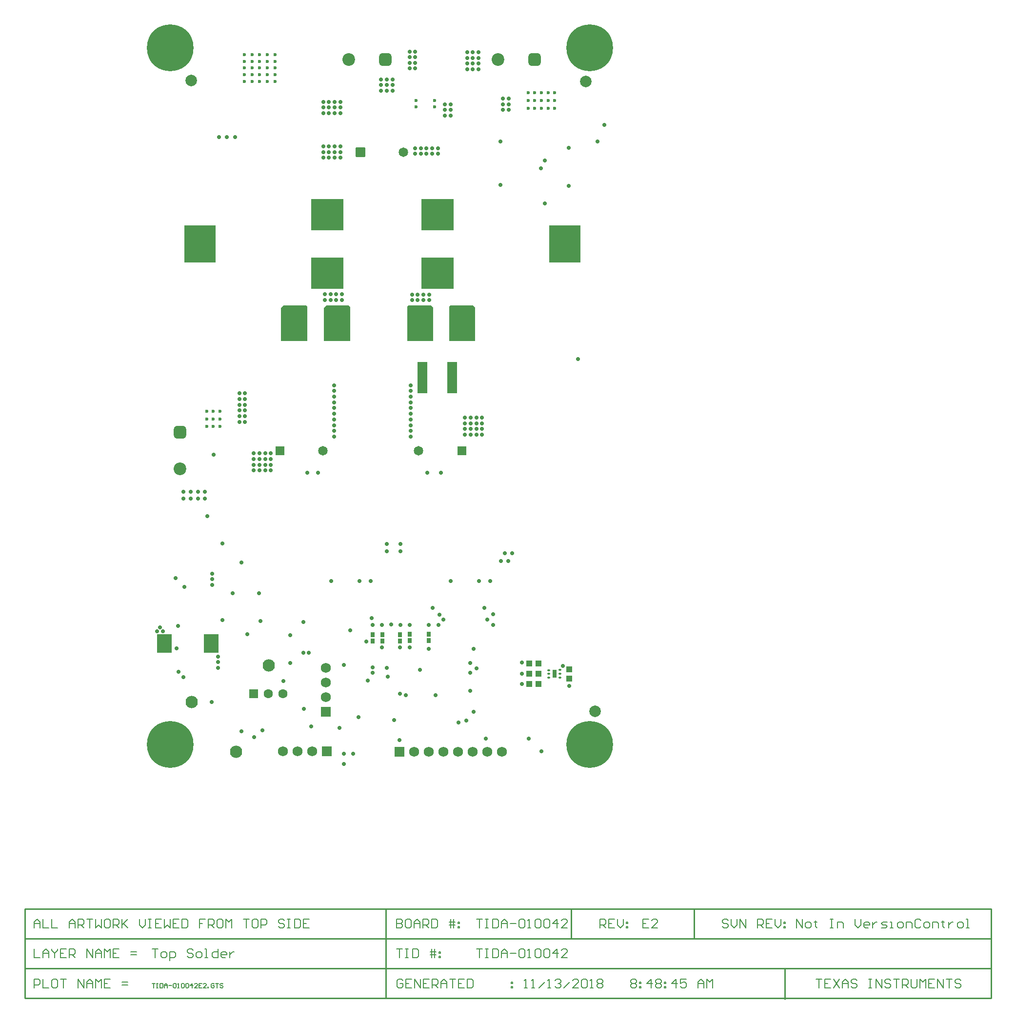
<source format=gts>
G04*
G04 #@! TF.GenerationSoftware,Altium Limited,Altium Designer,18.1.9 (240)*
G04*
G04 Layer_Color=8388736*
%FSAX25Y25*%
%MOIN*%
G70*
G01*
G75*
%ADD17C,0.00800*%
%ADD21C,0.00600*%
%ADD22C,0.01000*%
%ADD38C,0.07874*%
%ADD39O,0.02362X0.01378*%
%ADD40R,0.02953X0.05709*%
%ADD41R,0.04331X0.04134*%
%ADD42R,0.22402X0.21378*%
%ADD43R,0.21181X0.25394*%
%ADD44R,0.10236X0.12992*%
%ADD45R,0.02756X0.03543*%
%ADD46R,0.04134X0.04331*%
%ADD47R,0.06693X0.21260*%
%ADD48R,0.06496X0.06496*%
%ADD49C,0.06496*%
%ADD50C,0.08661*%
G04:AMPARAMS|DCode=51|XSize=86.61mil|YSize=86.61mil|CornerRadius=22.64mil|HoleSize=0mil|Usage=FLASHONLY|Rotation=180.000|XOffset=0mil|YOffset=0mil|HoleType=Round|Shape=RoundedRectangle|*
%AMROUNDEDRECTD51*
21,1,0.08661,0.04134,0,0,180.0*
21,1,0.04134,0.08661,0,0,180.0*
1,1,0.04528,-0.02067,0.02067*
1,1,0.04528,0.02067,0.02067*
1,1,0.04528,0.02067,-0.02067*
1,1,0.04528,-0.02067,-0.02067*
%
%ADD51ROUNDEDRECTD51*%
G04:AMPARAMS|DCode=52|XSize=86.61mil|YSize=86.61mil|CornerRadius=22.64mil|HoleSize=0mil|Usage=FLASHONLY|Rotation=270.000|XOffset=0mil|YOffset=0mil|HoleType=Round|Shape=RoundedRectangle|*
%AMROUNDEDRECTD52*
21,1,0.08661,0.04134,0,0,270.0*
21,1,0.04134,0.08661,0,0,270.0*
1,1,0.04528,-0.02067,-0.02067*
1,1,0.04528,-0.02067,0.02067*
1,1,0.04528,0.02067,0.02067*
1,1,0.04528,0.02067,-0.02067*
%
%ADD52ROUNDEDRECTD52*%
%ADD53R,0.06890X0.06890*%
%ADD54C,0.06890*%
%ADD55R,0.06299X0.06299*%
%ADD56C,0.06299*%
%ADD57R,0.06890X0.06890*%
G04:AMPARAMS|DCode=58|XSize=64.96mil|YSize=64.96mil|CornerRadius=3.8mil|HoleSize=0mil|Usage=FLASHONLY|Rotation=0.000|XOffset=0mil|YOffset=0mil|HoleType=Round|Shape=RoundedRectangle|*
%AMROUNDEDRECTD58*
21,1,0.06496,0.05736,0,0,0.0*
21,1,0.05736,0.06496,0,0,0.0*
1,1,0.00760,0.02868,-0.02868*
1,1,0.00760,-0.02868,-0.02868*
1,1,0.00760,-0.02868,0.02868*
1,1,0.00760,0.02868,0.02868*
%
%ADD58ROUNDEDRECTD58*%
%ADD59C,0.31890*%
%ADD60C,0.08394*%
%ADD61C,0.02794*%
%ADD62C,0.02362*%
G36*
X0232815Y0512409D02*
Y0489009D01*
X0232715Y0488909D01*
X0215215D01*
X0215015Y0489109D01*
Y0511709D01*
X0216515Y0513209D01*
X0232015D01*
X0232815Y0512409D01*
D02*
G37*
G36*
X0262219Y0512400D02*
Y0489000D01*
X0262119Y0488900D01*
X0244619D01*
X0244419Y0489100D01*
Y0511700D01*
X0245919Y0513200D01*
X0261419D01*
X0262219Y0512400D01*
D02*
G37*
G36*
X0319077Y0511707D02*
Y0489107D01*
X0318877Y0488907D01*
X0301377D01*
X0301277Y0489007D01*
Y0512407D01*
X0302077Y0513207D01*
X0317577D01*
X0319077Y0511707D01*
D02*
G37*
G36*
X0347773Y0511716D02*
Y0489116D01*
X0347573Y0488916D01*
X0330073D01*
X0329973Y0489016D01*
Y0512416D01*
X0330773Y0513216D01*
X0346273D01*
X0347773Y0511716D01*
D02*
G37*
G54D17*
X0126900Y0073549D02*
X0130899D01*
X0128899D01*
Y0067551D01*
X0133898D02*
X0135897D01*
X0136897Y0068550D01*
Y0070550D01*
X0135897Y0071549D01*
X0133898D01*
X0132898Y0070550D01*
Y0068550D01*
X0133898Y0067551D01*
X0138896Y0065551D02*
Y0071549D01*
X0141895D01*
X0142895Y0070550D01*
Y0068550D01*
X0141895Y0067551D01*
X0138896D01*
X0154891Y0072549D02*
X0153891Y0073549D01*
X0151892D01*
X0150892Y0072549D01*
Y0071549D01*
X0151892Y0070550D01*
X0153891D01*
X0154891Y0069550D01*
Y0068550D01*
X0153891Y0067551D01*
X0151892D01*
X0150892Y0068550D01*
X0157890Y0067551D02*
X0159889D01*
X0160889Y0068550D01*
Y0070550D01*
X0159889Y0071549D01*
X0157890D01*
X0156890Y0070550D01*
Y0068550D01*
X0157890Y0067551D01*
X0162888D02*
X0164888D01*
X0163888D01*
Y0073549D01*
X0162888D01*
X0171885D02*
Y0067551D01*
X0168886D01*
X0167887Y0068550D01*
Y0070550D01*
X0168886Y0071549D01*
X0171885D01*
X0176884Y0067551D02*
X0174884D01*
X0173885Y0068550D01*
Y0070550D01*
X0174884Y0071549D01*
X0176884D01*
X0177884Y0070550D01*
Y0069550D01*
X0173885D01*
X0179883Y0071549D02*
Y0067551D01*
Y0069550D01*
X0180883Y0070550D01*
X0181882Y0071549D01*
X0182882D01*
X0126900Y0073549D02*
X0130899D01*
X0128899D01*
Y0067551D01*
X0133898D02*
X0135897D01*
X0136897Y0068550D01*
Y0070550D01*
X0135897Y0071549D01*
X0133898D01*
X0132898Y0070550D01*
Y0068550D01*
X0133898Y0067551D01*
X0138896Y0065551D02*
Y0071549D01*
X0141895D01*
X0142895Y0070550D01*
Y0068550D01*
X0141895Y0067551D01*
X0138896D01*
X0154891Y0072549D02*
X0153891Y0073549D01*
X0151892D01*
X0150892Y0072549D01*
Y0071549D01*
X0151892Y0070550D01*
X0153891D01*
X0154891Y0069550D01*
Y0068550D01*
X0153891Y0067551D01*
X0151892D01*
X0150892Y0068550D01*
X0157890Y0067551D02*
X0159889D01*
X0160889Y0068550D01*
Y0070550D01*
X0159889Y0071549D01*
X0157890D01*
X0156890Y0070550D01*
Y0068550D01*
X0157890Y0067551D01*
X0162888D02*
X0164888D01*
X0163888D01*
Y0073549D01*
X0162888D01*
X0171885D02*
Y0067551D01*
X0168886D01*
X0167887Y0068550D01*
Y0070550D01*
X0168886Y0071549D01*
X0171885D01*
X0176884Y0067551D02*
X0174884D01*
X0173885Y0068550D01*
Y0070550D01*
X0174884Y0071549D01*
X0176884D01*
X0177884Y0070550D01*
Y0069550D01*
X0173885D01*
X0179883Y0071549D02*
Y0067551D01*
Y0069550D01*
X0180883Y0070550D01*
X0181882Y0071549D01*
X0182882D01*
X0348550Y0073498D02*
X0352549D01*
X0350549D01*
Y0067500D01*
X0354548Y0073498D02*
X0356547D01*
X0355548D01*
Y0067500D01*
X0354548D01*
X0356547D01*
X0359546Y0073498D02*
Y0067500D01*
X0362545D01*
X0363545Y0068500D01*
Y0072498D01*
X0362545Y0073498D01*
X0359546D01*
X0365545Y0067500D02*
Y0071499D01*
X0367544Y0073498D01*
X0369543Y0071499D01*
Y0067500D01*
Y0070499D01*
X0365545D01*
X0371543D02*
X0375541D01*
X0377541Y0072498D02*
X0378540Y0073498D01*
X0380540D01*
X0381539Y0072498D01*
Y0068500D01*
X0380540Y0067500D01*
X0378540D01*
X0377541Y0068500D01*
Y0072498D01*
X0383539Y0067500D02*
X0385538D01*
X0384538D01*
Y0073498D01*
X0383539Y0072498D01*
X0388537D02*
X0389537Y0073498D01*
X0391536D01*
X0392536Y0072498D01*
Y0068500D01*
X0391536Y0067500D01*
X0389537D01*
X0388537Y0068500D01*
Y0072498D01*
X0394535D02*
X0395535Y0073498D01*
X0397534D01*
X0398534Y0072498D01*
Y0068500D01*
X0397534Y0067500D01*
X0395535D01*
X0394535Y0068500D01*
Y0072498D01*
X0403532Y0067500D02*
Y0073498D01*
X0400533Y0070499D01*
X0404532D01*
X0410530Y0067500D02*
X0406531D01*
X0410530Y0071499D01*
Y0072498D01*
X0409530Y0073498D01*
X0407531D01*
X0406531Y0072498D01*
X0294000Y0073498D02*
X0297999D01*
X0295999D01*
Y0067500D01*
X0299998Y0073498D02*
X0301997D01*
X0300998D01*
Y0067500D01*
X0299998D01*
X0301997D01*
X0304996Y0073498D02*
Y0067500D01*
X0307996D01*
X0308995Y0068500D01*
Y0072498D01*
X0307996Y0073498D01*
X0304996D01*
X0317992Y0067500D02*
Y0073498D01*
X0319992D02*
Y0067500D01*
X0316993Y0071499D02*
X0319992D01*
X0320991D01*
X0316993Y0069499D02*
X0320991D01*
X0322991Y0071499D02*
X0323990D01*
Y0070499D01*
X0322991D01*
Y0071499D01*
Y0068500D02*
X0323990D01*
Y0067500D01*
X0322991D01*
Y0068500D01*
X0580500Y0052965D02*
X0584499D01*
X0582499D01*
Y0046966D01*
X0590497Y0052965D02*
X0586498D01*
Y0046966D01*
X0590497D01*
X0586498Y0049966D02*
X0588497D01*
X0592496Y0052965D02*
X0596495Y0046966D01*
Y0052965D02*
X0592496Y0046966D01*
X0598494D02*
Y0050965D01*
X0600493Y0052965D01*
X0602493Y0050965D01*
Y0046966D01*
Y0049966D01*
X0598494D01*
X0608491Y0051965D02*
X0607491Y0052965D01*
X0605492D01*
X0604492Y0051965D01*
Y0050965D01*
X0605492Y0049966D01*
X0607491D01*
X0608491Y0048966D01*
Y0047966D01*
X0607491Y0046966D01*
X0605492D01*
X0604492Y0047966D01*
X0616488Y0052965D02*
X0618488D01*
X0617488D01*
Y0046966D01*
X0616488D01*
X0618488D01*
X0621487D02*
Y0052965D01*
X0625486Y0046966D01*
Y0052965D01*
X0631484Y0051965D02*
X0630484Y0052965D01*
X0628484D01*
X0627485Y0051965D01*
Y0050965D01*
X0628484Y0049966D01*
X0630484D01*
X0631484Y0048966D01*
Y0047966D01*
X0630484Y0046966D01*
X0628484D01*
X0627485Y0047966D01*
X0633483Y0052965D02*
X0637482D01*
X0635482D01*
Y0046966D01*
X0639481D02*
Y0052965D01*
X0642480D01*
X0643480Y0051965D01*
Y0049966D01*
X0642480Y0048966D01*
X0639481D01*
X0641480D02*
X0643480Y0046966D01*
X0645479Y0052965D02*
Y0047966D01*
X0646479Y0046966D01*
X0648478D01*
X0649478Y0047966D01*
Y0052965D01*
X0651477Y0046966D02*
Y0052965D01*
X0653476Y0050965D01*
X0655476Y0052965D01*
Y0046966D01*
X0661474Y0052965D02*
X0657475D01*
Y0046966D01*
X0661474D01*
X0657475Y0049966D02*
X0659474D01*
X0663473Y0046966D02*
Y0052965D01*
X0667472Y0046966D01*
Y0052965D01*
X0669471D02*
X0673470D01*
X0671471D01*
Y0046966D01*
X0679468Y0051965D02*
X0678468Y0052965D01*
X0676469D01*
X0675469Y0051965D01*
Y0050965D01*
X0676469Y0049966D01*
X0678468D01*
X0679468Y0048966D01*
Y0047966D01*
X0678468Y0046966D01*
X0676469D01*
X0675469Y0047966D01*
X0454050Y0051965D02*
X0455050Y0052965D01*
X0457049D01*
X0458049Y0051965D01*
Y0050965D01*
X0457049Y0049966D01*
X0458049Y0048966D01*
Y0047966D01*
X0457049Y0046966D01*
X0455050D01*
X0454050Y0047966D01*
Y0048966D01*
X0455050Y0049966D01*
X0454050Y0050965D01*
Y0051965D01*
X0455050Y0049966D02*
X0457049D01*
X0460048Y0050965D02*
X0461048D01*
Y0049966D01*
X0460048D01*
Y0050965D01*
Y0047966D02*
X0461048D01*
Y0046966D01*
X0460048D01*
Y0047966D01*
X0468046Y0046966D02*
Y0052965D01*
X0465046Y0049966D01*
X0469045D01*
X0471044Y0051965D02*
X0472044Y0052965D01*
X0474044D01*
X0475043Y0051965D01*
Y0050965D01*
X0474044Y0049966D01*
X0475043Y0048966D01*
Y0047966D01*
X0474044Y0046966D01*
X0472044D01*
X0471044Y0047966D01*
Y0048966D01*
X0472044Y0049966D01*
X0471044Y0050965D01*
Y0051965D01*
X0472044Y0049966D02*
X0474044D01*
X0477043Y0050965D02*
X0478042D01*
Y0049966D01*
X0477043D01*
Y0050965D01*
Y0047966D02*
X0478042D01*
Y0046966D01*
X0477043D01*
Y0047966D01*
X0485040Y0046966D02*
Y0052965D01*
X0482041Y0049966D01*
X0486040D01*
X0492038Y0052965D02*
X0488039D01*
Y0049966D01*
X0490038Y0050965D01*
X0491038D01*
X0492038Y0049966D01*
Y0047966D01*
X0491038Y0046966D01*
X0489039D01*
X0488039Y0047966D01*
X0500035Y0046966D02*
Y0050965D01*
X0502035Y0052965D01*
X0504034Y0050965D01*
Y0046966D01*
Y0049966D01*
X0500035D01*
X0506033Y0046966D02*
Y0052965D01*
X0508033Y0050965D01*
X0510032Y0052965D01*
Y0046966D01*
X0046350D02*
Y0052965D01*
X0049349D01*
X0050349Y0051965D01*
Y0049966D01*
X0049349Y0048966D01*
X0046350D01*
X0052348Y0052965D02*
Y0046966D01*
X0056347D01*
X0061345Y0052965D02*
X0059346D01*
X0058346Y0051965D01*
Y0047966D01*
X0059346Y0046966D01*
X0061345D01*
X0062345Y0047966D01*
Y0051965D01*
X0061345Y0052965D01*
X0064344D02*
X0068343D01*
X0066343D01*
Y0046966D01*
X0076340D02*
Y0052965D01*
X0080339Y0046966D01*
Y0052965D01*
X0082338Y0046966D02*
Y0050965D01*
X0084338Y0052965D01*
X0086337Y0050965D01*
Y0046966D01*
Y0049966D01*
X0082338D01*
X0088336Y0046966D02*
Y0052965D01*
X0090336Y0050965D01*
X0092335Y0052965D01*
Y0046966D01*
X0098333Y0052965D02*
X0094335D01*
Y0046966D01*
X0098333D01*
X0094335Y0049966D02*
X0096334D01*
X0106331Y0048966D02*
X0110329D01*
X0106331Y0050965D02*
X0110329D01*
X0046350Y0073549D02*
Y0067551D01*
X0050349D01*
X0052348D02*
Y0071549D01*
X0054347Y0073549D01*
X0056347Y0071549D01*
Y0067551D01*
Y0070550D01*
X0052348D01*
X0058346Y0073549D02*
Y0072549D01*
X0060346Y0070550D01*
X0062345Y0072549D01*
Y0073549D01*
X0060346Y0070550D02*
Y0067551D01*
X0068343Y0073549D02*
X0064344D01*
Y0067551D01*
X0068343D01*
X0064344Y0070550D02*
X0066343D01*
X0070342Y0067551D02*
Y0073549D01*
X0073341D01*
X0074341Y0072549D01*
Y0070550D01*
X0073341Y0069550D01*
X0070342D01*
X0072342D02*
X0074341Y0067551D01*
X0082338D02*
Y0073549D01*
X0086337Y0067551D01*
Y0073549D01*
X0088336Y0067551D02*
Y0071549D01*
X0090336Y0073549D01*
X0092335Y0071549D01*
Y0067551D01*
Y0070550D01*
X0088336D01*
X0094335Y0067551D02*
Y0073549D01*
X0096334Y0071549D01*
X0098333Y0073549D01*
Y0067551D01*
X0104331Y0073549D02*
X0100332D01*
Y0067551D01*
X0104331D01*
X0100332Y0070550D02*
X0102332D01*
X0112329Y0069550D02*
X0116327D01*
X0112329Y0071549D02*
X0116327D01*
X0294000Y0093831D02*
Y0087833D01*
X0296999D01*
X0297999Y0088833D01*
Y0089833D01*
X0296999Y0090832D01*
X0294000D01*
X0296999D01*
X0297999Y0091832D01*
Y0092832D01*
X0296999Y0093831D01*
X0294000D01*
X0302997D02*
X0300998D01*
X0299998Y0092832D01*
Y0088833D01*
X0300998Y0087833D01*
X0302997D01*
X0303997Y0088833D01*
Y0092832D01*
X0302997Y0093831D01*
X0305996Y0087833D02*
Y0091832D01*
X0307996Y0093831D01*
X0309995Y0091832D01*
Y0087833D01*
Y0090832D01*
X0305996D01*
X0311994Y0087833D02*
Y0093831D01*
X0314993D01*
X0315993Y0092832D01*
Y0090832D01*
X0314993Y0089833D01*
X0311994D01*
X0313994D02*
X0315993Y0087833D01*
X0317992Y0093831D02*
Y0087833D01*
X0320991D01*
X0321991Y0088833D01*
Y0092832D01*
X0320991Y0093831D01*
X0317992D01*
X0330988Y0087833D02*
Y0093831D01*
X0332987D02*
Y0087833D01*
X0329988Y0091832D02*
X0332987D01*
X0333987D01*
X0329988Y0089833D02*
X0333987D01*
X0335986Y0091832D02*
X0336986D01*
Y0090832D01*
X0335986D01*
Y0091832D01*
Y0088833D02*
X0336986D01*
Y0087833D01*
X0335986D01*
Y0088833D01*
X0348550Y0093831D02*
X0352549D01*
X0350549D01*
Y0087833D01*
X0354548Y0093831D02*
X0356547D01*
X0355548D01*
Y0087833D01*
X0354548D01*
X0356547D01*
X0359546Y0093831D02*
Y0087833D01*
X0362545D01*
X0363545Y0088833D01*
Y0092832D01*
X0362545Y0093831D01*
X0359546D01*
X0365545Y0087833D02*
Y0091832D01*
X0367544Y0093831D01*
X0369543Y0091832D01*
Y0087833D01*
Y0090832D01*
X0365545D01*
X0371543D02*
X0375541D01*
X0377541Y0092832D02*
X0378540Y0093831D01*
X0380540D01*
X0381539Y0092832D01*
Y0088833D01*
X0380540Y0087833D01*
X0378540D01*
X0377541Y0088833D01*
Y0092832D01*
X0383539Y0087833D02*
X0385538D01*
X0384538D01*
Y0093831D01*
X0383539Y0092832D01*
X0388537D02*
X0389537Y0093831D01*
X0391536D01*
X0392536Y0092832D01*
Y0088833D01*
X0391536Y0087833D01*
X0389537D01*
X0388537Y0088833D01*
Y0092832D01*
X0394535D02*
X0395535Y0093831D01*
X0397534D01*
X0398534Y0092832D01*
Y0088833D01*
X0397534Y0087833D01*
X0395535D01*
X0394535Y0088833D01*
Y0092832D01*
X0403532Y0087833D02*
Y0093831D01*
X0400533Y0090832D01*
X0404532D01*
X0410530Y0087833D02*
X0406531D01*
X0410530Y0091832D01*
Y0092832D01*
X0409530Y0093831D01*
X0407531D01*
X0406531Y0092832D01*
X0466149Y0093831D02*
X0462150D01*
Y0087833D01*
X0466149D01*
X0462150Y0090832D02*
X0464149D01*
X0472147Y0087833D02*
X0468148D01*
X0472147Y0091832D01*
Y0092832D01*
X0471147Y0093831D01*
X0469148D01*
X0468148Y0092832D01*
X0046350Y0087833D02*
Y0091832D01*
X0048349Y0093831D01*
X0050349Y0091832D01*
Y0087833D01*
Y0090832D01*
X0046350D01*
X0052348Y0093831D02*
Y0087833D01*
X0056347D01*
X0058346Y0093831D02*
Y0087833D01*
X0062345D01*
X0070342D02*
Y0091832D01*
X0072342Y0093831D01*
X0074341Y0091832D01*
Y0087833D01*
Y0090832D01*
X0070342D01*
X0076340Y0087833D02*
Y0093831D01*
X0079339D01*
X0080339Y0092832D01*
Y0090832D01*
X0079339Y0089833D01*
X0076340D01*
X0078340D02*
X0080339Y0087833D01*
X0082338Y0093831D02*
X0086337D01*
X0084338D01*
Y0087833D01*
X0088336Y0093831D02*
Y0087833D01*
X0090336Y0089833D01*
X0092335Y0087833D01*
Y0093831D01*
X0097334D02*
X0095334D01*
X0094335Y0092832D01*
Y0088833D01*
X0095334Y0087833D01*
X0097334D01*
X0098333Y0088833D01*
Y0092832D01*
X0097334Y0093831D01*
X0100332Y0087833D02*
Y0093831D01*
X0103332D01*
X0104331Y0092832D01*
Y0090832D01*
X0103332Y0089833D01*
X0100332D01*
X0102332D02*
X0104331Y0087833D01*
X0106331Y0093831D02*
Y0087833D01*
Y0089833D01*
X0110329Y0093831D01*
X0107330Y0090832D01*
X0110329Y0087833D01*
X0118327Y0093831D02*
Y0089833D01*
X0120326Y0087833D01*
X0122325Y0089833D01*
Y0093831D01*
X0124325D02*
X0126324D01*
X0125324D01*
Y0087833D01*
X0124325D01*
X0126324D01*
X0133322Y0093831D02*
X0129323D01*
Y0087833D01*
X0133322D01*
X0129323Y0090832D02*
X0131323D01*
X0135321Y0093831D02*
Y0087833D01*
X0137321Y0089833D01*
X0139320Y0087833D01*
Y0093831D01*
X0145318D02*
X0141319D01*
Y0087833D01*
X0145318D01*
X0141319Y0090832D02*
X0143319D01*
X0147317Y0093831D02*
Y0087833D01*
X0150316D01*
X0151316Y0088833D01*
Y0092832D01*
X0150316Y0093831D01*
X0147317D01*
X0163312D02*
X0159313D01*
Y0090832D01*
X0161313D01*
X0159313D01*
Y0087833D01*
X0165312D02*
Y0093831D01*
X0168310D01*
X0169310Y0092832D01*
Y0090832D01*
X0168310Y0089833D01*
X0165312D01*
X0167311D02*
X0169310Y0087833D01*
X0174309Y0093831D02*
X0172309D01*
X0171310Y0092832D01*
Y0088833D01*
X0172309Y0087833D01*
X0174309D01*
X0175308Y0088833D01*
Y0092832D01*
X0174309Y0093831D01*
X0177308Y0087833D02*
Y0093831D01*
X0179307Y0091832D01*
X0181306Y0093831D01*
Y0087833D01*
X0189304Y0093831D02*
X0193303D01*
X0191303D01*
Y0087833D01*
X0198301Y0093831D02*
X0196301D01*
X0195302Y0092832D01*
Y0088833D01*
X0196301Y0087833D01*
X0198301D01*
X0199301Y0088833D01*
Y0092832D01*
X0198301Y0093831D01*
X0201300Y0087833D02*
Y0093831D01*
X0204299D01*
X0205299Y0092832D01*
Y0090832D01*
X0204299Y0089833D01*
X0201300D01*
X0217295Y0092832D02*
X0216295Y0093831D01*
X0214296D01*
X0213296Y0092832D01*
Y0091832D01*
X0214296Y0090832D01*
X0216295D01*
X0217295Y0089833D01*
Y0088833D01*
X0216295Y0087833D01*
X0214296D01*
X0213296Y0088833D01*
X0219294Y0093831D02*
X0221293D01*
X0220294D01*
Y0087833D01*
X0219294D01*
X0221293D01*
X0224292Y0093831D02*
Y0087833D01*
X0227291D01*
X0228291Y0088833D01*
Y0092832D01*
X0227291Y0093831D01*
X0224292D01*
X0234289D02*
X0230291D01*
Y0087833D01*
X0234289D01*
X0230291Y0090832D02*
X0232290D01*
X0298199Y0051965D02*
X0297199Y0052965D01*
X0295200D01*
X0294200Y0051965D01*
Y0047966D01*
X0295200Y0046966D01*
X0297199D01*
X0298199Y0047966D01*
Y0049966D01*
X0296199D01*
X0304197Y0052965D02*
X0300198D01*
Y0046966D01*
X0304197D01*
X0300198Y0049966D02*
X0302197D01*
X0306196Y0046966D02*
Y0052965D01*
X0310195Y0046966D01*
Y0052965D01*
X0316193D02*
X0312194D01*
Y0046966D01*
X0316193D01*
X0312194Y0049966D02*
X0314194D01*
X0318192Y0046966D02*
Y0052965D01*
X0321191D01*
X0322191Y0051965D01*
Y0049966D01*
X0321191Y0048966D01*
X0318192D01*
X0320192D02*
X0322191Y0046966D01*
X0324190D02*
Y0050965D01*
X0326190Y0052965D01*
X0328189Y0050965D01*
Y0046966D01*
Y0049966D01*
X0324190D01*
X0330188Y0052965D02*
X0334187D01*
X0332188D01*
Y0046966D01*
X0340185Y0052965D02*
X0336186D01*
Y0046966D01*
X0340185D01*
X0336186Y0049966D02*
X0338186D01*
X0342184Y0052965D02*
Y0046966D01*
X0345183D01*
X0346183Y0047966D01*
Y0051965D01*
X0345183Y0052965D01*
X0342184D01*
X0372175Y0050965D02*
X0373175D01*
Y0049966D01*
X0372175D01*
Y0050965D01*
Y0047966D02*
X0373175D01*
Y0046966D01*
X0372175D01*
Y0047966D01*
X0381150Y0046966D02*
X0383149D01*
X0382150D01*
Y0052965D01*
X0381150Y0051965D01*
X0386148Y0046966D02*
X0388148D01*
X0387148D01*
Y0052965D01*
X0386148Y0051965D01*
X0391147Y0046966D02*
X0395146Y0050965D01*
X0397145Y0046966D02*
X0399144D01*
X0398145D01*
Y0052965D01*
X0397145Y0051965D01*
X0402143D02*
X0403143Y0052965D01*
X0405142D01*
X0406142Y0051965D01*
Y0050965D01*
X0405142Y0049966D01*
X0404143D01*
X0405142D01*
X0406142Y0048966D01*
Y0047966D01*
X0405142Y0046966D01*
X0403143D01*
X0402143Y0047966D01*
X0408141Y0046966D02*
X0412140Y0050965D01*
X0418138Y0046966D02*
X0414139D01*
X0418138Y0050965D01*
Y0051965D01*
X0417138Y0052965D01*
X0415139D01*
X0414139Y0051965D01*
X0420137D02*
X0421137Y0052965D01*
X0423136D01*
X0424136Y0051965D01*
Y0047966D01*
X0423136Y0046966D01*
X0421137D01*
X0420137Y0047966D01*
Y0051965D01*
X0426135Y0046966D02*
X0428135D01*
X0427135D01*
Y0052965D01*
X0426135Y0051965D01*
X0431134D02*
X0432133Y0052965D01*
X0434133D01*
X0435133Y0051965D01*
Y0050965D01*
X0434133Y0049966D01*
X0435133Y0048966D01*
Y0047966D01*
X0434133Y0046966D01*
X0432133D01*
X0431134Y0047966D01*
Y0048966D01*
X0432133Y0049966D01*
X0431134Y0050965D01*
Y0051965D01*
X0432133Y0049966D02*
X0434133D01*
X0433000Y0087833D02*
Y0093831D01*
X0435999D01*
X0436999Y0092832D01*
Y0090832D01*
X0435999Y0089833D01*
X0433000D01*
X0434999D02*
X0436999Y0087833D01*
X0442997Y0093831D02*
X0438998D01*
Y0087833D01*
X0442997D01*
X0438998Y0090832D02*
X0440997D01*
X0444996Y0093831D02*
Y0089833D01*
X0446995Y0087833D01*
X0448995Y0089833D01*
Y0093831D01*
X0450994Y0091832D02*
X0451994D01*
Y0090832D01*
X0450994D01*
Y0091832D01*
Y0088833D02*
X0451994D01*
Y0087833D01*
X0450994D01*
Y0088833D01*
X0520799Y0092832D02*
X0519799Y0093831D01*
X0517800D01*
X0516800Y0092832D01*
Y0091832D01*
X0517800Y0090832D01*
X0519799D01*
X0520799Y0089833D01*
Y0088833D01*
X0519799Y0087833D01*
X0517800D01*
X0516800Y0088833D01*
X0522798Y0093831D02*
Y0089833D01*
X0524797Y0087833D01*
X0526797Y0089833D01*
Y0093831D01*
X0528796Y0087833D02*
Y0093831D01*
X0532795Y0087833D01*
Y0093831D01*
X0540792Y0087833D02*
Y0093831D01*
X0543791D01*
X0544791Y0092832D01*
Y0090832D01*
X0543791Y0089833D01*
X0540792D01*
X0542792D02*
X0544791Y0087833D01*
X0550789Y0093831D02*
X0546790D01*
Y0087833D01*
X0550789D01*
X0546790Y0090832D02*
X0548790D01*
X0552788Y0093831D02*
Y0089833D01*
X0554788Y0087833D01*
X0556787Y0089833D01*
Y0093831D01*
X0558786Y0091832D02*
X0559786D01*
Y0090832D01*
X0558786D01*
Y0091832D01*
Y0088833D02*
X0559786D01*
Y0087833D01*
X0558786D01*
Y0088833D01*
X0567400Y0087833D02*
Y0093831D01*
X0571399Y0087833D01*
Y0093831D01*
X0574398Y0087833D02*
X0576397D01*
X0577397Y0088833D01*
Y0090832D01*
X0576397Y0091832D01*
X0574398D01*
X0573398Y0090832D01*
Y0088833D01*
X0574398Y0087833D01*
X0580396Y0092832D02*
Y0091832D01*
X0579396D01*
X0581395D01*
X0580396D01*
Y0088833D01*
X0581395Y0087833D01*
X0590393Y0093831D02*
X0592392D01*
X0591392D01*
Y0087833D01*
X0590393D01*
X0592392D01*
X0595391D02*
Y0091832D01*
X0598390D01*
X0599390Y0090832D01*
Y0087833D01*
X0607387Y0093831D02*
Y0089833D01*
X0609386Y0087833D01*
X0611386Y0089833D01*
Y0093831D01*
X0616384Y0087833D02*
X0614385D01*
X0613385Y0088833D01*
Y0090832D01*
X0614385Y0091832D01*
X0616384D01*
X0617384Y0090832D01*
Y0089833D01*
X0613385D01*
X0619383Y0091832D02*
Y0087833D01*
Y0089833D01*
X0620383Y0090832D01*
X0621383Y0091832D01*
X0622382D01*
X0625381Y0087833D02*
X0628380D01*
X0629380Y0088833D01*
X0628380Y0089833D01*
X0626381D01*
X0625381Y0090832D01*
X0626381Y0091832D01*
X0629380D01*
X0631379Y0087833D02*
X0633379D01*
X0632379D01*
Y0091832D01*
X0631379D01*
X0637377Y0087833D02*
X0639377D01*
X0640376Y0088833D01*
Y0090832D01*
X0639377Y0091832D01*
X0637377D01*
X0636378Y0090832D01*
Y0088833D01*
X0637377Y0087833D01*
X0642376D02*
Y0091832D01*
X0645375D01*
X0646374Y0090832D01*
Y0087833D01*
X0652373Y0092832D02*
X0651373Y0093831D01*
X0649373D01*
X0648374Y0092832D01*
Y0088833D01*
X0649373Y0087833D01*
X0651373D01*
X0652373Y0088833D01*
X0655372Y0087833D02*
X0657371D01*
X0658371Y0088833D01*
Y0090832D01*
X0657371Y0091832D01*
X0655372D01*
X0654372Y0090832D01*
Y0088833D01*
X0655372Y0087833D01*
X0660370D02*
Y0091832D01*
X0663369D01*
X0664369Y0090832D01*
Y0087833D01*
X0667368Y0092832D02*
Y0091832D01*
X0666368D01*
X0668367D01*
X0667368D01*
Y0088833D01*
X0668367Y0087833D01*
X0671366Y0091832D02*
Y0087833D01*
Y0089833D01*
X0672366Y0090832D01*
X0673366Y0091832D01*
X0674365D01*
X0678364Y0087833D02*
X0680364D01*
X0681363Y0088833D01*
Y0090832D01*
X0680364Y0091832D01*
X0678364D01*
X0677364Y0090832D01*
Y0088833D01*
X0678364Y0087833D01*
X0683362D02*
X0685362D01*
X0684362D01*
Y0093831D01*
X0683362D01*
G54D21*
X0126900Y0049966D02*
X0128899D01*
X0127900D01*
Y0046966D01*
X0129899Y0049966D02*
X0130899D01*
X0130399D01*
Y0046966D01*
X0129899D01*
X0130899D01*
X0132398Y0049966D02*
Y0046966D01*
X0133898D01*
X0134398Y0047466D01*
Y0049466D01*
X0133898Y0049966D01*
X0132398D01*
X0135397Y0046966D02*
Y0048966D01*
X0136397Y0049966D01*
X0137397Y0048966D01*
Y0046966D01*
Y0048466D01*
X0135397D01*
X0138396D02*
X0140396D01*
X0141395Y0049466D02*
X0141895Y0049966D01*
X0142895D01*
X0143395Y0049466D01*
Y0047466D01*
X0142895Y0046966D01*
X0141895D01*
X0141395Y0047466D01*
Y0049466D01*
X0144394Y0046966D02*
X0145394D01*
X0144894D01*
Y0049966D01*
X0144394Y0049466D01*
X0146894D02*
X0147393Y0049966D01*
X0148393D01*
X0148893Y0049466D01*
Y0047466D01*
X0148393Y0046966D01*
X0147393D01*
X0146894Y0047466D01*
Y0049466D01*
X0149893D02*
X0150392Y0049966D01*
X0151392D01*
X0151892Y0049466D01*
Y0047466D01*
X0151392Y0046966D01*
X0150392D01*
X0149893Y0047466D01*
Y0049466D01*
X0154391Y0046966D02*
Y0049966D01*
X0152892Y0048466D01*
X0154891D01*
X0157890Y0046966D02*
X0155891D01*
X0157890Y0048966D01*
Y0049466D01*
X0157390Y0049966D01*
X0156391D01*
X0155891Y0049466D01*
X0160889Y0049966D02*
X0158890D01*
Y0046966D01*
X0160889D01*
X0158890Y0048466D02*
X0159889D01*
X0163888Y0046966D02*
X0161889D01*
X0163888Y0048966D01*
Y0049466D01*
X0163388Y0049966D01*
X0162389D01*
X0161889Y0049466D01*
X0164888Y0046966D02*
Y0047466D01*
X0165388D01*
Y0046966D01*
X0164888D01*
X0169386Y0049466D02*
X0168886Y0049966D01*
X0167887D01*
X0167387Y0049466D01*
Y0047466D01*
X0167887Y0046966D01*
X0168886D01*
X0169386Y0047466D01*
Y0048466D01*
X0168387D01*
X0170386Y0049966D02*
X0172385D01*
X0171386D01*
Y0046966D01*
X0175384Y0049466D02*
X0174884Y0049966D01*
X0173885D01*
X0173385Y0049466D01*
Y0048966D01*
X0173885Y0048466D01*
X0174884D01*
X0175384Y0047966D01*
Y0047466D01*
X0174884Y0046966D01*
X0173885D01*
X0173385Y0047466D01*
G54D22*
X0559400Y0039400D02*
Y0059683D01*
X0440500Y0040050D02*
X0700200D01*
Y0101050D01*
X0286500Y0040050D02*
Y0101050D01*
X0040000Y0040050D02*
Y0101050D01*
X0040050Y0040050D02*
X0197600D01*
X0040050D02*
Y0101050D01*
Y0101050D02*
X0700200D01*
X0040000Y0040050D02*
X0440500D01*
X0040000Y0060383D02*
X0700000D01*
X0040000Y0080717D02*
X0700200D01*
X0413200D02*
Y0101050D01*
X0497200Y0080717D02*
Y0101050D01*
G54D38*
X0153619Y0667000D02*
D03*
X0423219Y0666400D02*
D03*
X0429719Y0235900D02*
D03*
G54D39*
X0405609Y0258941D02*
D03*
Y0261500D02*
D03*
Y0264079D02*
D03*
X0398129Y0258941D02*
D03*
Y0261500D02*
D03*
Y0264059D02*
D03*
G54D40*
X0401869Y0261500D02*
D03*
G54D41*
X0391019D02*
D03*
X0384720D02*
D03*
X0391019Y0254500D02*
D03*
X0384720D02*
D03*
X0391019Y0268500D02*
D03*
X0384720D02*
D03*
G54D42*
X0321970Y0575080D02*
D03*
Y0535120D02*
D03*
X0246668Y0535120D02*
D03*
Y0575080D02*
D03*
G54D43*
X0408880Y0555100D02*
D03*
X0159758Y0555100D02*
D03*
G54D44*
X0167159Y0282100D02*
D03*
X0135269D02*
D03*
G54D45*
X0302992Y0284084D02*
D03*
Y0288415D02*
D03*
X0296292Y0283984D02*
D03*
Y0288315D02*
D03*
X0284219Y0284035D02*
D03*
Y0288365D02*
D03*
X0277769Y0283935D02*
D03*
Y0288265D02*
D03*
X0315942Y0284084D02*
D03*
Y0288415D02*
D03*
G54D46*
X0411869Y0258350D02*
D03*
Y0264650D02*
D03*
G54D47*
X0311483Y0463900D02*
D03*
X0331955D02*
D03*
G54D48*
X0338483Y0413900D02*
D03*
X0214191D02*
D03*
G54D49*
X0308955D02*
D03*
X0243719D02*
D03*
X0298683Y0618000D02*
D03*
G54D50*
X0363319Y0681200D02*
D03*
X0146119Y0401500D02*
D03*
X0261419Y0681200D02*
D03*
G54D51*
X0388319D02*
D03*
X0286419D02*
D03*
G54D52*
X0146119Y0426500D02*
D03*
G54D53*
X0246319Y0208700D02*
D03*
X0296119Y0208100D02*
D03*
G54D54*
X0236319Y0208700D02*
D03*
X0226319D02*
D03*
X0216319D02*
D03*
X0245619Y0245500D02*
D03*
Y0255500D02*
D03*
Y0265500D02*
D03*
X0326119Y0208100D02*
D03*
X0316119D02*
D03*
X0306119D02*
D03*
X0336119D02*
D03*
X0346119D02*
D03*
X0356119D02*
D03*
X0366119D02*
D03*
G54D55*
X0196414Y0247800D02*
D03*
G54D56*
X0206414D02*
D03*
X0216414D02*
D03*
G54D57*
X0245619Y0235500D02*
D03*
G54D58*
X0269155Y0618000D02*
D03*
G54D59*
X0139219Y0213400D02*
D03*
Y0689211D02*
D03*
X0426054D02*
D03*
Y0213400D02*
D03*
G54D60*
X0154000Y0242300D02*
D03*
X0206519Y0267400D02*
D03*
X0184200Y0208300D02*
D03*
G54D61*
X0235519Y0225600D02*
D03*
X0255019Y0224500D02*
D03*
X0230719Y0237500D02*
D03*
X0216719Y0256500D02*
D03*
X0221219Y0268900D02*
D03*
Y0287900D02*
D03*
X0230219Y0296900D02*
D03*
X0350119Y0682400D02*
D03*
Y0674600D02*
D03*
Y0678500D02*
D03*
Y0686400D02*
D03*
X0342219D02*
D03*
X0346119D02*
D03*
X0306719Y0686600D02*
D03*
X0302819D02*
D03*
X0291219Y0667700D02*
D03*
X0287319D02*
D03*
X0283419D02*
D03*
X0172569Y0628250D02*
D03*
X0183569D02*
D03*
X0178069D02*
D03*
X0370250Y0338431D02*
D03*
X0142819Y0326900D02*
D03*
X0148933Y0320786D02*
D03*
X0379769Y0261500D02*
D03*
X0348649Y0265130D02*
D03*
X0318619Y0306600D02*
D03*
X0296619Y0345200D02*
D03*
Y0350200D02*
D03*
X0353819Y0306600D02*
D03*
X0234019Y0275900D02*
D03*
X0230319D02*
D03*
X0199819Y0316600D02*
D03*
X0379768Y0269400D02*
D03*
X0356119Y0298500D02*
D03*
X0360119Y0302100D02*
D03*
X0359819Y0294800D02*
D03*
X0287319Y0345200D02*
D03*
X0258119Y0199800D02*
D03*
X0393119Y0208600D02*
D03*
X0384419Y0217300D02*
D03*
X0296065Y0216246D02*
D03*
X0191819Y0288500D02*
D03*
X0200919Y0297600D02*
D03*
X0181919Y0316600D02*
D03*
X0287319Y0350200D02*
D03*
X0175019Y0350500D02*
D03*
X0264414Y0207004D02*
D03*
X0268005Y0231986D02*
D03*
X0436019Y0636700D02*
D03*
X0411619Y0621000D02*
D03*
X0411519Y0594800D02*
D03*
X0365250Y0338431D02*
D03*
X0368119Y0343800D02*
D03*
X0323219Y0302000D02*
D03*
X0277119Y0299500D02*
D03*
X0290292Y0295227D02*
D03*
X0322619Y0294800D02*
D03*
X0326019Y0298500D02*
D03*
X0287983Y0259600D02*
D03*
X0418019Y0476600D02*
D03*
X0344319Y0268800D02*
D03*
X0344419Y0249800D02*
D03*
X0344319Y0262400D02*
D03*
X0379769Y0254500D02*
D03*
X0168014Y0322400D02*
D03*
Y0326100D02*
D03*
Y0329800D02*
D03*
X0314419Y0620700D02*
D03*
Y0616800D02*
D03*
X0310519D02*
D03*
Y0620700D02*
D03*
X0306619D02*
D03*
Y0616800D02*
D03*
X0303619Y0431400D02*
D03*
Y0435300D02*
D03*
Y0427500D02*
D03*
Y0423600D02*
D03*
Y0439200D02*
D03*
Y0447000D02*
D03*
Y0443100D02*
D03*
Y0450900D02*
D03*
Y0458700D02*
D03*
Y0454800D02*
D03*
X0251419Y0454800D02*
D03*
Y0458700D02*
D03*
Y0450900D02*
D03*
Y0443100D02*
D03*
Y0447000D02*
D03*
Y0439200D02*
D03*
Y0423600D02*
D03*
Y0427500D02*
D03*
Y0435300D02*
D03*
Y0431400D02*
D03*
X0327119Y0646800D02*
D03*
Y0650700D02*
D03*
X0342219Y0674600D02*
D03*
Y0678500D02*
D03*
X0346119D02*
D03*
Y0674600D02*
D03*
Y0682400D02*
D03*
X0342219D02*
D03*
X0302819Y0675100D02*
D03*
Y0679000D02*
D03*
X0306719D02*
D03*
Y0675100D02*
D03*
Y0682900D02*
D03*
X0302819D02*
D03*
X0283419Y0663800D02*
D03*
X0287319D02*
D03*
Y0659900D02*
D03*
X0283419D02*
D03*
X0291219D02*
D03*
Y0663800D02*
D03*
X0315992Y0294950D02*
D03*
X0302892D02*
D03*
X0296492D02*
D03*
X0284019Y0294950D02*
D03*
X0277519Y0294900D02*
D03*
X0262419Y0291200D02*
D03*
X0273319Y0283700D02*
D03*
X0284019Y0279500D02*
D03*
X0296319D02*
D03*
X0316019Y0278600D02*
D03*
X0302819Y0279600D02*
D03*
X0287365Y0265546D02*
D03*
X0310119Y0264300D02*
D03*
X0274219Y0256800D02*
D03*
X0341519Y0229700D02*
D03*
X0346619Y0235500D02*
D03*
X0355019Y0217300D02*
D03*
X0258115Y0207004D02*
D03*
X0392618Y0606950D02*
D03*
X0395419Y0583023D02*
D03*
X0365019Y0595723D02*
D03*
X0395419Y0612400D02*
D03*
X0365019Y0625100D02*
D03*
X0187919Y0337500D02*
D03*
X0407569Y0266900D02*
D03*
X0411869Y0253300D02*
D03*
X0169019Y0411200D02*
D03*
X0144714Y0294100D02*
D03*
X0143514Y0278800D02*
D03*
X0148407Y0259407D02*
D03*
X0145013Y0262849D02*
D03*
X0132414Y0293400D02*
D03*
X0130414Y0290600D02*
D03*
X0134214D02*
D03*
X0174914Y0298200D02*
D03*
X0171814Y0265700D02*
D03*
Y0269500D02*
D03*
Y0273300D02*
D03*
X0202214Y0222800D02*
D03*
X0196514Y0218121D02*
D03*
X0188012Y0222334D02*
D03*
X0167730Y0242116D02*
D03*
X0258119Y0267600D02*
D03*
X0352419Y0436600D02*
D03*
Y0432700D02*
D03*
X0348519D02*
D03*
Y0436600D02*
D03*
Y0428800D02*
D03*
X0352419D02*
D03*
X0348519Y0424900D02*
D03*
X0352419D02*
D03*
X0344619D02*
D03*
Y0428800D02*
D03*
Y0436600D02*
D03*
Y0432700D02*
D03*
X0340719Y0424900D02*
D03*
Y0428800D02*
D03*
Y0436600D02*
D03*
Y0432700D02*
D03*
X0312270Y0520680D02*
D03*
X0316170D02*
D03*
X0312270Y0516780D02*
D03*
X0316170D02*
D03*
X0308370D02*
D03*
Y0520680D02*
D03*
X0304470Y0516780D02*
D03*
Y0520680D02*
D03*
X0244919Y0520900D02*
D03*
Y0517000D02*
D03*
X0248819Y0520900D02*
D03*
Y0517000D02*
D03*
X0256619D02*
D03*
X0252719D02*
D03*
X0256619Y0520900D02*
D03*
X0252719D02*
D03*
X0186519Y0453200D02*
D03*
X0190419D02*
D03*
X0186519Y0449300D02*
D03*
X0190419D02*
D03*
X0196419Y0408300D02*
D03*
Y0412200D02*
D03*
Y0404400D02*
D03*
Y0400500D02*
D03*
X0200319Y0408300D02*
D03*
Y0412200D02*
D03*
Y0404400D02*
D03*
Y0400500D02*
D03*
X0208119D02*
D03*
X0204219D02*
D03*
X0208119Y0404400D02*
D03*
X0204219D02*
D03*
Y0412200D02*
D03*
Y0408300D02*
D03*
X0208119D02*
D03*
Y0412200D02*
D03*
X0148419Y0386000D02*
D03*
Y0381100D02*
D03*
X0153319D02*
D03*
Y0386000D02*
D03*
X0158219Y0381100D02*
D03*
Y0386000D02*
D03*
X0163119Y0381100D02*
D03*
Y0386000D02*
D03*
X0190419Y0441500D02*
D03*
Y0437600D02*
D03*
Y0433700D02*
D03*
Y0445400D02*
D03*
X0186519Y0433700D02*
D03*
Y0437600D02*
D03*
Y0441500D02*
D03*
Y0445400D02*
D03*
X0243819Y0621900D02*
D03*
X0247719D02*
D03*
Y0618000D02*
D03*
X0243819D02*
D03*
X0251619D02*
D03*
Y0621900D02*
D03*
X0255519Y0618000D02*
D03*
Y0621900D02*
D03*
Y0614100D02*
D03*
X0251619D02*
D03*
X0243819D02*
D03*
X0247719D02*
D03*
Y0644600D02*
D03*
X0243819D02*
D03*
X0251619D02*
D03*
X0255519D02*
D03*
Y0652400D02*
D03*
Y0648500D02*
D03*
X0251619Y0652400D02*
D03*
Y0648500D02*
D03*
X0243819D02*
D03*
X0247719D02*
D03*
Y0652400D02*
D03*
X0243819D02*
D03*
X0431401Y0625382D02*
D03*
X0370519Y0650700D02*
D03*
Y0646800D02*
D03*
Y0654600D02*
D03*
X0318319Y0616800D02*
D03*
Y0620700D02*
D03*
X0366619Y0654600D02*
D03*
Y0646800D02*
D03*
Y0650700D02*
D03*
X0327119Y0642900D02*
D03*
X0331019Y0650700D02*
D03*
Y0642900D02*
D03*
Y0646800D02*
D03*
X0322219Y0620700D02*
D03*
Y0616800D02*
D03*
X0249421Y0324938D02*
D03*
X0268620D02*
D03*
X0276217Y0324908D02*
D03*
X0233119Y0398800D02*
D03*
X0240419D02*
D03*
X0324291Y0399028D02*
D03*
X0314991D02*
D03*
X0331096Y0324898D02*
D03*
X0350195Y0324905D02*
D03*
X0357946Y0324874D02*
D03*
X0164619Y0369300D02*
D03*
X0373119Y0343800D02*
D03*
X0346519Y0278600D02*
D03*
X0336219Y0228400D02*
D03*
X0296219Y0247900D02*
D03*
X0292219Y0229900D02*
D03*
X0277519Y0262200D02*
D03*
Y0265900D02*
D03*
X0320632Y0246900D02*
D03*
X0300219D02*
D03*
G54D62*
X0402025Y0648064D02*
D03*
X0397498D02*
D03*
X0402025Y0653300D02*
D03*
X0397498D02*
D03*
Y0658536D02*
D03*
X0402025D02*
D03*
X0205691Y0684510D02*
D03*
X0200455D02*
D03*
X0195219D02*
D03*
X0210928D02*
D03*
X0189983D02*
D03*
Y0675455D02*
D03*
Y0670928D02*
D03*
Y0666400D02*
D03*
Y0679983D02*
D03*
X0210928Y0675455D02*
D03*
Y0670928D02*
D03*
Y0666400D02*
D03*
Y0679983D02*
D03*
X0195219D02*
D03*
X0200455D02*
D03*
X0205691D02*
D03*
Y0666400D02*
D03*
Y0670928D02*
D03*
Y0675455D02*
D03*
X0200455D02*
D03*
Y0670928D02*
D03*
Y0666400D02*
D03*
X0195219Y0675455D02*
D03*
Y0670928D02*
D03*
Y0666400D02*
D03*
X0307319Y0649035D02*
D03*
Y0653365D02*
D03*
X0319819D02*
D03*
Y0649035D02*
D03*
X0401869Y0263075D02*
D03*
Y0259925D02*
D03*
X0392970Y0658536D02*
D03*
X0388442D02*
D03*
X0383915D02*
D03*
Y0653300D02*
D03*
X0388442D02*
D03*
X0392970D02*
D03*
X0383915Y0648064D02*
D03*
X0388442D02*
D03*
X0392970D02*
D03*
X0332553Y0503145D02*
D03*
X0337080D02*
D03*
X0341608D02*
D03*
X0332553Y0497909D02*
D03*
X0337080D02*
D03*
X0341608D02*
D03*
Y0492672D02*
D03*
X0337080D02*
D03*
X0332553D02*
D03*
X0303857Y0503136D02*
D03*
X0308384D02*
D03*
X0312912D02*
D03*
X0303857Y0497900D02*
D03*
X0308384D02*
D03*
X0312912D02*
D03*
Y0492664D02*
D03*
X0308384D02*
D03*
X0303857D02*
D03*
X0230235Y0492665D02*
D03*
X0225708D02*
D03*
X0221180D02*
D03*
X0230235Y0497902D02*
D03*
X0225708D02*
D03*
X0221180D02*
D03*
Y0503138D02*
D03*
X0225708D02*
D03*
X0230235D02*
D03*
X0259639Y0503129D02*
D03*
X0255112D02*
D03*
X0250584D02*
D03*
Y0497893D02*
D03*
X0255112D02*
D03*
X0259639D02*
D03*
X0250584Y0492657D02*
D03*
X0255112D02*
D03*
X0259639D02*
D03*
X0173219Y0430500D02*
D03*
X0168691D02*
D03*
X0164164D02*
D03*
X0173219Y0435736D02*
D03*
X0168691D02*
D03*
X0164164D02*
D03*
Y0440972D02*
D03*
X0168691D02*
D03*
X0173219D02*
D03*
M02*

</source>
